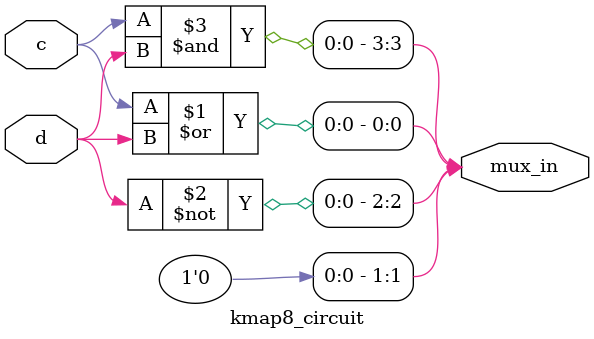
<source format=v>
module kmap8_circuit(
   input c,
   input d,
   output [3:0] mux_in
); 
   // Splitted kmap into 4 vertiacal truth maps for each ab value in cd
   assign mux_in[0] = c|d;
   assign mux_in[1] = 1'b0;
   assign mux_in[2] = ~d;
   assign mux_in[3] = c&d;       
endmodule 
</source>
